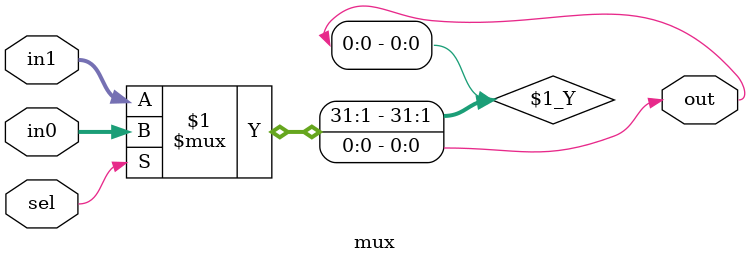
<source format=v>
module mux32to1by1
(
    output        out,
    input [4:0]   address,
    input [31:0]  inputs
);

    assign out = inputs[address];

endmodule


module mux32to1by32
(
    output [31:0]  out,
    input  [4:0]   address,
    input  [31:0]  input0, input1, input2, input3, input4, input5, input6, input7, input8, input9, input10,
    input  [31:0]  input11, input12, input13, input14, input15, input16, input17, input18, input19, input20,
    input  [31:0]  input21, input22, input23, input24, input25, input26, input27, input28, input29, input30, input31
);

    wire[31:0] mux[31:0];       // Create a 2D array of wires
    assign mux[0] = input0;     // Connect the sources of the array
    assign mux[1] = input1;
    assign mux[2] = input2;
    assign mux[3] = input3;
    assign mux[4] = input4;
    assign mux[5] = input5;
    assign mux[6] = input6;
    assign mux[7] = input7;
    assign mux[8] = input8;
    assign mux[9] = input9;
    assign mux[10] = input10;
    assign mux[11] = input11;
    assign mux[12] = input12;
    assign mux[13] = input13;
    assign mux[14] = input14;
    assign mux[15] = input15;
    assign mux[16] = input16;
    assign mux[17] = input17;
    assign mux[18] = input18;
    assign mux[19] = input19;
    assign mux[20] = input20;
    assign mux[21] = input21;
    assign mux[22] = input22;
    assign mux[23] = input23;
    assign mux[24] = input24;
    assign mux[25] = input25;
    assign mux[26] = input26;
    assign mux[27] = input27;
    assign mux[28] = input28;
    assign mux[29] = input29;
    assign mux[30] = input30;
    assign mux[31] = input31;
    assign out = mux[address];  // Connect the output of the array

endmodule


module mux #(parameter width = 32)
(
    output              out,
    input [width-1:0]   in0,
    input [width-1:0]   in1,
    input               sel
);

    assign out = (sel) ? in0 : in1;

endmodule

</source>
